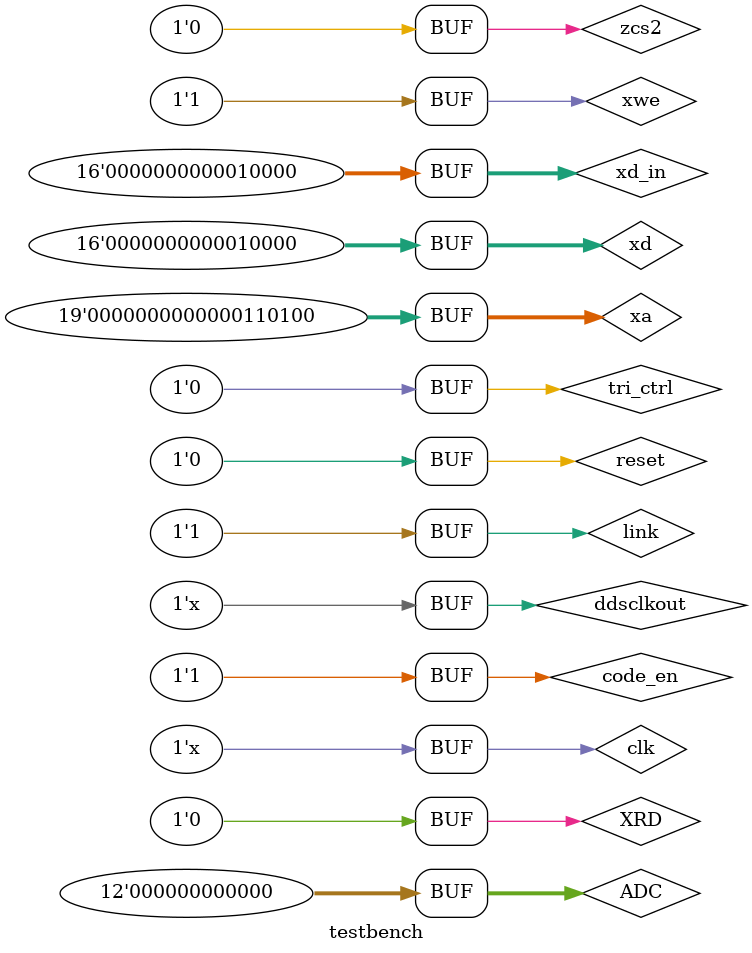
<source format=v>


`timescale 1ns/1ps

module testbench;

reg  zcs2;
reg  xwe;
reg  clk;
reg  ddsclkout;
reg  tri_ctrl;
reg  reset;
reg  [18:0] xa;
reg code_en;
reg[11:0] ADC;
reg XRD;

wire  [15:0] xd;

//wire ddsfqud;
//wire ddsreset;
//wire ddswclk;
//wire ddsdata;

wire GLA;
wire rt_sw;
wire soft_dump;
wire sw_acq1;
wire sw_acq2;
wire pulse_start;
wire pd_pulse_en;
wire Q1Q8;
wire Q3Q6;
wire Q4Q5;
wire Q2Q7;
wire dumpon;
wire dumpoff;
wire calcuinter;
wire sigtimeup;
//wire k1;
//wire k2;
wire Acq_clk;
wire sd_acq_en;
wire s_acq180;
//wire relayclose_on;
wire cal_out;
wire interupt;



reg link;
reg [15:0] xd_in;
assign xd=link?xd_in:16'bzzzzzzzzzzzzzzzz;

initial
    begin
      zcs2 = 1'b0 ;              //0ÓÐÐ§
      xwe = 1'b0;                //ÉÏÉýÑØ¼ì²âµçÂ·
      clk = 1'b0;
      ddsclkout = 1'b0;
      tri_ctrl = 1'b0;           //0ÓÐÐ§
      reset = 1;
      link = 1;
      xa = 19'd0;
      xd_in = 16'd0;
      code_en = 1'b0;

      XRD = 1'b0;
      ADC = 12'd0;
    end

initial
    begin
      #500
        reset = 0;
      #500
        zcs2 = 1'b0 ;
        xwe = 1'b1;                //ÉÏÉýÑØ¼ì²âµçÂ·
        tri_ctrl = 1'b0;
        code_en = 1'b1;
      
      #50
        xa = 'h0031;               //¸´Î»state1ms
      #50
        xa = 'h0032;               //¸´Î»½áÊøstate1ms
      #50
        xa = 'h0033;               //state1msÆô¶¯¹Ø±Õ
      #50
        xa = 'h0035;               //state1msÊý¾Ý×°ÔØ¹Ø±Õ
      #50
        xa = 'h0068;               //bridge_load¸´Î»
      #50
        xa = 'h006A;               //dump_load¸´Î»
/***************************×°ÔØËùÓÐnoise×´Ì¬»ú²ÎÊý*********************************/
      #50
        xa = 'h0037;
        xd_in = 16'd0;
      #50
        xa = 'h0038;
        xd_in = 16'd100;    //plusetime90
      #50
        xa = 'h0036;       //Ê¹ÄÜload
      #50
        xa = 'h0035;       //È¡Ïûload


      #50
        xa = 'h0037;
        xd_in = 16'd1;
      #50
        xa = 'h0038;
        xd_in = 16'd1000;    //plusetime90
      #50
        xa = 'h0036;       //Ê¹ÄÜload
      #50
        xa = 'h0035;       //È¡Ïûload


      #50
        xa = 'h0037;
        xd_in = 16'd2;
      #50
        xa = 'h0038;
        xd_in = 16'd1800;    //plusetime90
      #50
        xa = 'h0036;       //Ê¹ÄÜload
      #50
        xa = 'h0035;       //È¡Ïûload


      #50
        xa = 'h0037;
        xd_in = 16'd3;
      #50
        xa = 'h0038;
        xd_in = 16'd3000;    //plusetime90
      #50
        xa = 'h0036;       //Ê¹ÄÜload
      #50
        xa = 'h0035;       //È¡Ïûload



      #50
        xa = 'h0037;
        xd_in = 16'd4;
      #50
        xa = 'h0038;
        xd_in = 16'd28464;    //plusetime90
      #50
        xa = 'h0036;       //Ê¹ÄÜload
      #50
        xa = 'h0035;       //È¡Ïûload


      #50
        xa = 'h0037;
        xd_in = 16'd5;
      #50
        xa = 'h0038;
        xd_in = 16'd1;    //plusetime90
      #50
        xa = 'h0036;       //Ê¹ÄÜload
      #50
        xa = 'h0035;       //È¡Ïûload

/*************************************×°ÔØdump²ÎÊý*************************************/
      #50
        xa = 'h0071;
        xd_in = 16'd0;
      #50
        xa = 'h0072;
        xd_in = 16'd280;    //
      #50
        xa = 'h0069;     //Ê¹ÄÜload
      #50
        xa = 'h006A;     //È¡Ïûload

      #50
        xa = 'h0071;
        xd_in = 16'd1;
      #50
        xa = 'h0072;
        xd_in = 16'd380;    //
      #50
        xa = 'h0069;     //Ê¹ÄÜload
      #50
        xa = 'h006A;     //È¡Ïûload

      #50
        xa = 'h0071;
        xd_in = 16'd2;
      #50
        xa = 'h0072;
        xd_in = 16'd660;    //
      #50
        xa = 'h0069;     //Ê¹ÄÜload
      #50
        xa = 'h006A;     //È¡Ïûload

      #50
        xa = 'h0071;
        xd_in = 16'd3;
      #50
        xa = 'h0072;
        xd_in = 16'd760;    //
      #50
        xa = 'h0069;     //Ê¹ÄÜload
      #50
        xa = 'h006A;     //È¡Ïûload

      #50
        xa = 'h0071;
        xd_in = 16'd4;
      #50
        xa = 'h0072;
        xd_in = 16'd1040;    //
      #50
        xa = 'h0069;     //Ê¹ÄÜload
      #50
        xa = 'h006A;     //È¡Ïûload

      #50
        xa = 'h0071;
        xd_in = 16'd5;
      #50
        xa = 'h0072;
        xd_in = 16'd3040;    //
      #50
        xa = 'h0069;     //Ê¹ÄÜload
      #50
        xa = 'h006A;     //È¡Ïûload


/************************************¿ª¹Ø¿ØÖÆ***********************************/
      #50
        xa = 'h0060;     //Mode = 10000
        xd_in = 16'd16;
/************************************Æô¶¯***********************************/
      #50
        xa = 'h0034;     //Æô¶¯
      #90000
        xa = 'h0034;     //Æô¶¯
    end

always 
    #17.635 ddsclkout <= !ddsclkout; // ÉèÖÃ¹¤×÷ÆµÂÊ886KHz£¬ddsÊ±ÖÓ28.352MHz
always 
    #12.5 clk <= !clk;

NMR_TOP NMR_TOP_0
(
.zcs2(zcs2),
.xwe(xwe),
.OCX40MHz(clk),
.GLA(GLA),
.ddsclkout(ddsclkout),
.tri_ctrl(tri_ctrl),
.gpio(reset),
.xa(xa),
.xd(xd),
.code_en(code_en),
.ADC(ADC),
.XRD(XRD),

//.ddsfqud(ddsfqud),
//.ddsreset(ddsreset),
//.ddswclk(ddswclk),
//.ddsdata(ddsdata),
.rt_sw(rt_sw),
.soft_dump(soft_dump),
.sw_acq1(sw_acq1),
.sw_acq2(sw_acq2),
.pulse_start(pulse_start),
.pd_pulse_en(pd_pulse_en),
.Q1Q8(Q1Q8),
.Q3Q6(Q3Q6),
.Q4Q5(Q4Q5),
.Q2Q7(Q2Q7),
.dumpon(dumpon),
.dumpoff(dumpoff),
.calcuinter(calcuinter),
.sigtimeup(sigtimeup),
//.k1(k1),
//.k2(k2),
.Acq_clk(Acq_clk),
.sd_acq_en(sd_acq_en),
.s_acq180(s_acq180),
//.relayclose_on(relayclose_on),
.cal_out(cal_out),
.interupt(interupt)
);

endmodule

</source>
